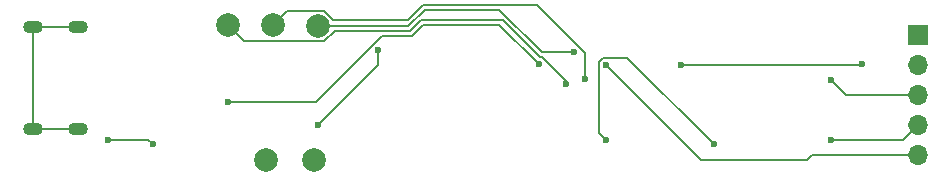
<source format=gbr>
%TF.GenerationSoftware,KiCad,Pcbnew,8.0.5*%
%TF.CreationDate,2024-10-04T19:06:34+02:00*%
%TF.ProjectId,BMU,424d552e-6b69-4636-9164-5f7063625858,rev?*%
%TF.SameCoordinates,Original*%
%TF.FileFunction,Copper,L2,Bot*%
%TF.FilePolarity,Positive*%
%FSLAX46Y46*%
G04 Gerber Fmt 4.6, Leading zero omitted, Abs format (unit mm)*
G04 Created by KiCad (PCBNEW 8.0.5) date 2024-10-04 19:06:34*
%MOMM*%
%LPD*%
G01*
G04 APERTURE LIST*
%TA.AperFunction,ComponentPad*%
%ADD10C,2.000000*%
%TD*%
%TA.AperFunction,ComponentPad*%
%ADD11O,1.700000X1.100000*%
%TD*%
%TA.AperFunction,ComponentPad*%
%ADD12R,1.700000X1.700000*%
%TD*%
%TA.AperFunction,ComponentPad*%
%ADD13O,1.700000X1.700000*%
%TD*%
%TA.AperFunction,ViaPad*%
%ADD14C,0.600000*%
%TD*%
%TA.AperFunction,Conductor*%
%ADD15C,0.200000*%
%TD*%
G04 APERTURE END LIST*
D10*
%TO.P,hsup1,1,1*%
%TO.N,PMOS-Drain*%
X83274188Y-65202788D03*
%TD*%
%TO.P,gate1,1,1*%
%TO.N,Net-(IC1-OUT)*%
X87324188Y-65202788D03*
%TD*%
D11*
%TO.P,J1,S1,SHIELD*%
%TO.N,unconnected-(J1-SHIELD-PadS1)*%
X67300000Y-53975000D03*
X63500000Y-53975000D03*
X67300000Y-62615000D03*
X63500000Y-62615000D03*
%TD*%
D12*
%TO.P,J2,1,Pin_1*%
%TO.N,+5V*%
X138430000Y-54610000D03*
D13*
%TO.P,J2,2,Pin_2*%
%TO.N,GND*%
X138430000Y-57150000D03*
%TO.P,J2,3,Pin_3*%
%TO.N,Net-(D4-K)*%
X138430000Y-59690000D03*
%TO.P,J2,4,Pin_4*%
%TO.N,Net-(IC1-VSS)*%
X138430000Y-62230000D03*
%TO.P,J2,5,Pin_5*%
%TO.N,Net-(J2-Pin_5)*%
X138430000Y-64770000D03*
%TD*%
D10*
%TO.P,n2g1,1,1*%
%TO.N,Net-(U1-OC)*%
X83820000Y-53763338D03*
%TD*%
%TO.P,n2s1,1,1*%
%TO.N,Net-(IC1-VSS)*%
X80010000Y-53763338D03*
%TD*%
%TO.P,n1g1,1,1*%
%TO.N,Net-(U1-OD)*%
X87630000Y-53869172D03*
%TD*%
D14*
%TO.N,Net-(D4-K)*%
X131087026Y-58420000D03*
%TO.N,Net-(IC1-VSS)*%
X112037026Y-63500000D03*
X131087026Y-63500000D03*
X108636726Y-58769102D03*
%TO.N,GND*%
X73660000Y-63885000D03*
X69850000Y-63500000D03*
%TO.N,PMOS-Drain*%
X92710000Y-55880000D03*
X87630000Y-62230000D03*
X118387026Y-57150000D03*
X133688677Y-57080712D03*
%TO.N,Net-(U1-OC)*%
X110241726Y-58380723D03*
%TO.N,Net-(U1-OD)*%
X109336726Y-56070450D03*
%TO.N,Net-(J2-Pin_5)*%
X80010000Y-60260000D03*
X106378677Y-57110723D03*
X112037026Y-57150000D03*
%TO.N,Net-(IC1-VSS)*%
X121176063Y-63885000D03*
%TD*%
D15*
%TO.N,Net-(D4-K)*%
X132357026Y-59690000D02*
X131087026Y-58420000D01*
X138430000Y-59690000D02*
X132357026Y-59690000D01*
%TO.N,Net-(IC1-VSS)*%
X131087026Y-63500000D02*
X137160000Y-63500000D01*
X137160000Y-63500000D02*
X138430000Y-62230000D01*
%TO.N,Net-(J2-Pin_5)*%
X129465555Y-64770000D02*
X138430000Y-64770000D01*
X103007954Y-53740000D02*
X106378677Y-57110723D01*
X95617886Y-54669172D02*
X96547058Y-53740000D01*
X93072299Y-54669172D02*
X95617886Y-54669172D01*
X96547058Y-53740000D02*
X103007954Y-53740000D01*
X80010000Y-60260000D02*
X87481471Y-60260000D01*
X87481471Y-60260000D02*
X93072299Y-54669172D01*
%TO.N,Net-(IC1-VSS)*%
X81415834Y-55169172D02*
X80010000Y-53763338D01*
X88168478Y-55169172D02*
X81415834Y-55169172D01*
X95452200Y-54269172D02*
X89068478Y-54269172D01*
X96381372Y-53340000D02*
X95452200Y-54269172D01*
X103312268Y-53340000D02*
X96381372Y-53340000D01*
X106586933Y-56470450D02*
X106442718Y-56470450D01*
X106442718Y-56470450D02*
X103312268Y-53340000D01*
X108636726Y-58520243D02*
X106586933Y-56470450D01*
X89068478Y-54269172D02*
X88168478Y-55169172D01*
X108636726Y-58769102D02*
X108636726Y-58520243D01*
%TO.N,Net-(U1-OC)*%
X96520000Y-52070000D02*
X106184805Y-52070000D01*
%TO.N,Net-(U1-OD)*%
X96685686Y-52470000D02*
X103007954Y-52470000D01*
%TO.N,Net-(J2-Pin_5)*%
X120057026Y-65170000D02*
X112037026Y-57150000D01*
X129465555Y-64770000D02*
X129065555Y-65170000D01*
X129065555Y-65170000D02*
X120057026Y-65170000D01*
%TO.N,Net-(IC1-VSS)*%
X111437026Y-62900000D02*
X112037026Y-63500000D01*
X111788497Y-56550000D02*
X111437026Y-56901471D01*
X113841063Y-56550000D02*
X111788497Y-56550000D01*
X111437026Y-56901471D02*
X111437026Y-62900000D01*
X121176063Y-63885000D02*
X113841063Y-56550000D01*
%TO.N,unconnected-(J1-SHIELD-PadS1)*%
X63500000Y-62615000D02*
X67300000Y-62615000D01*
X63500000Y-53975000D02*
X63500000Y-62615000D01*
X67300000Y-53975000D02*
X63500000Y-53975000D01*
%TO.N,GND*%
X73275000Y-63500000D02*
X69850000Y-63500000D01*
X73660000Y-63885000D02*
X73275000Y-63500000D01*
%TO.N,PMOS-Drain*%
X133619389Y-57150000D02*
X118387026Y-57150000D01*
X133688677Y-57080712D02*
X133619389Y-57150000D01*
X87630000Y-62230000D02*
X92710000Y-57150000D01*
X92710000Y-57150000D02*
X92710000Y-55880000D01*
%TO.N,Net-(U1-OC)*%
X85014166Y-52569172D02*
X88168478Y-52569172D01*
X110241726Y-56126921D02*
X110241726Y-58380723D01*
X83820000Y-53763338D02*
X85014166Y-52569172D01*
X88168478Y-52569172D02*
X88939306Y-53340000D01*
X88939306Y-53340000D02*
X95250000Y-53340000D01*
X95250000Y-53340000D02*
X96520000Y-52070000D01*
X106184805Y-52070000D02*
X110241726Y-56126921D01*
%TO.N,Net-(U1-OD)*%
X106608404Y-56070450D02*
X103007954Y-52470000D01*
X109336726Y-56070450D02*
X106608404Y-56070450D01*
X96685686Y-52470000D02*
X95286514Y-53869172D01*
X95286514Y-53869172D02*
X87630000Y-53869172D01*
%TD*%
M02*

</source>
